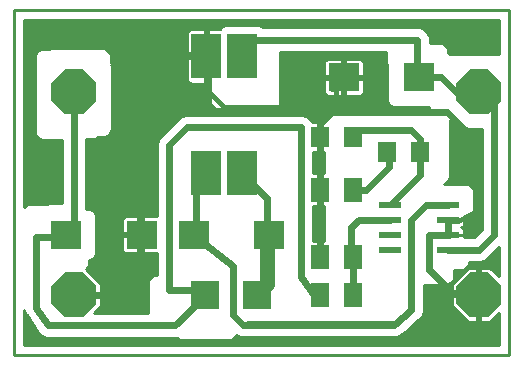
<source format=gtl>
G75*
%MOIN*%
%OFA0B0*%
%FSLAX25Y25*%
%IPPOS*%
%LPD*%
%AMOC8*
5,1,8,0,0,1.08239X$1,22.5*
%
%ADD10C,0.01000*%
%ADD11R,0.09449X0.09449*%
%ADD12R,0.09843X0.15157*%
%ADD13R,0.07800X0.02100*%
%ADD14R,0.10236X0.09449*%
%ADD15R,0.06299X0.07874*%
%ADD16R,0.06299X0.07087*%
%ADD17OC8,0.15000*%
%ADD18C,0.02400*%
%ADD19C,0.01587*%
%ADD20C,0.01600*%
%ADD21C,0.05000*%
D10*
X0002200Y0002200D02*
X0002200Y0117200D01*
X0167200Y0117200D01*
X0167200Y0002200D01*
X0002200Y0002200D01*
X0005600Y0005600D02*
X0005600Y0017029D01*
X0005704Y0016778D01*
X0005776Y0016395D01*
X0006013Y0016031D01*
X0006179Y0015630D01*
X0006455Y0015355D01*
X0009897Y0010082D01*
X0010063Y0009681D01*
X0010338Y0009405D01*
X0010551Y0009079D01*
X0010909Y0008834D01*
X0011216Y0008527D01*
X0011576Y0008378D01*
X0011897Y0008159D01*
X0012322Y0008069D01*
X0012723Y0007903D01*
X0013112Y0007903D01*
X0013494Y0007823D01*
X0013920Y0007903D01*
X0056670Y0007903D01*
X0056951Y0007622D01*
X0058017Y0007181D01*
X0074301Y0007181D01*
X0075367Y0007622D01*
X0076183Y0008438D01*
X0076276Y0008663D01*
X0077634Y0008100D01*
X0129836Y0008100D01*
X0131343Y0008724D01*
X0131599Y0008980D01*
X0131599Y0008980D01*
X0132094Y0009475D01*
X0136701Y0013591D01*
X0137022Y0013724D01*
X0138176Y0014878D01*
X0138800Y0016384D01*
X0138800Y0017825D01*
X0138801Y0017852D01*
X0138800Y0017856D01*
X0138800Y0025550D01*
X0146527Y0025550D01*
X0147593Y0025991D01*
X0148408Y0026807D01*
X0148850Y0027873D01*
X0148850Y0030448D01*
X0151604Y0030448D01*
X0152670Y0030890D01*
X0153485Y0031706D01*
X0153927Y0032771D01*
X0153927Y0033100D01*
X0158016Y0033100D01*
X0159522Y0033724D01*
X0160676Y0034878D01*
X0163800Y0038002D01*
X0163800Y0028328D01*
X0160928Y0031200D01*
X0157700Y0031200D01*
X0157700Y0022700D01*
X0156700Y0022700D01*
X0156700Y0031200D01*
X0153472Y0031200D01*
X0148200Y0025928D01*
X0148200Y0022700D01*
X0156700Y0022700D01*
X0156700Y0021700D01*
X0157700Y0021700D01*
X0157700Y0013200D01*
X0160928Y0013200D01*
X0163800Y0016072D01*
X0163800Y0005600D01*
X0005600Y0005600D01*
X0005600Y0006097D02*
X0163800Y0006097D01*
X0163800Y0007096D02*
X0005600Y0007096D01*
X0005600Y0008094D02*
X0012203Y0008094D01*
X0010542Y0009093D02*
X0005600Y0009093D01*
X0005600Y0010091D02*
X0009890Y0010091D01*
X0009239Y0011090D02*
X0005600Y0011090D01*
X0005600Y0012088D02*
X0008587Y0012088D01*
X0007935Y0013087D02*
X0005600Y0013087D01*
X0005600Y0014085D02*
X0007283Y0014085D01*
X0006632Y0015084D02*
X0005600Y0015084D01*
X0005600Y0016082D02*
X0005980Y0016082D01*
X0022700Y0021700D02*
X0022700Y0022700D01*
X0031200Y0022700D01*
X0031200Y0025928D01*
X0026283Y0030845D01*
X0026901Y0031463D01*
X0027342Y0032529D01*
X0027342Y0033852D01*
X0028386Y0034285D01*
X0029202Y0035100D01*
X0029644Y0036166D01*
X0029644Y0048475D01*
X0029202Y0049541D01*
X0028386Y0050356D01*
X0027321Y0050798D01*
X0026300Y0050798D01*
X0026300Y0074051D01*
X0028787Y0074051D01*
X0029853Y0074493D01*
X0030140Y0074779D01*
X0032422Y0074779D01*
X0033488Y0075221D01*
X0034304Y0076037D01*
X0034745Y0077102D01*
X0034745Y0098879D01*
X0034382Y0099757D01*
X0034382Y0102033D01*
X0033940Y0103099D01*
X0033125Y0103915D01*
X0032059Y0104356D01*
X0014305Y0104356D01*
X0013720Y0104114D01*
X0011397Y0104114D01*
X0010332Y0103672D01*
X0009516Y0102857D01*
X0009074Y0101791D01*
X0009074Y0076253D01*
X0009516Y0075187D01*
X0010332Y0074372D01*
X0011397Y0073930D01*
X0018100Y0073930D01*
X0018100Y0052859D01*
X0014053Y0052859D01*
X0013175Y0052495D01*
X0007149Y0052495D01*
X0006083Y0052054D01*
X0005600Y0051571D01*
X0005600Y0113800D01*
X0163800Y0113800D01*
X0163800Y0102537D01*
X0147466Y0102537D01*
X0147410Y0102513D01*
X0146901Y0102724D01*
X0146901Y0103884D01*
X0146460Y0104950D01*
X0163800Y0104950D01*
X0163800Y0105948D02*
X0145203Y0105948D01*
X0145644Y0105766D02*
X0144578Y0106207D01*
X0140749Y0106207D01*
X0140749Y0108046D01*
X0140125Y0109553D01*
X0138971Y0110707D01*
X0137464Y0111331D01*
X0085064Y0111331D01*
X0084669Y0111725D01*
X0083604Y0112167D01*
X0072607Y0112167D01*
X0071542Y0111725D01*
X0070726Y0110910D01*
X0070667Y0110767D01*
X0066794Y0110767D01*
X0066794Y0102188D01*
X0065795Y0102188D01*
X0065795Y0110767D01*
X0061176Y0110767D01*
X0060794Y0110665D01*
X0060452Y0110467D01*
X0060173Y0110188D01*
X0059975Y0109846D01*
X0059873Y0109464D01*
X0059873Y0102188D01*
X0065794Y0102188D01*
X0065794Y0101188D01*
X0059873Y0101188D01*
X0059873Y0093912D01*
X0059975Y0093530D01*
X0060173Y0093188D01*
X0060452Y0092909D01*
X0060794Y0092712D01*
X0061176Y0092609D01*
X0065795Y0092609D01*
X0065795Y0101188D01*
X0066794Y0101188D01*
X0066794Y0092609D01*
X0067466Y0092609D01*
X0067466Y0086488D01*
X0067907Y0085422D01*
X0068723Y0084607D01*
X0069789Y0084165D01*
X0072397Y0084165D01*
X0073205Y0083830D01*
X0088598Y0083830D01*
X0089664Y0084272D01*
X0090480Y0085087D01*
X0090921Y0086153D01*
X0090921Y0095129D01*
X0090715Y0095626D01*
X0090715Y0103131D01*
X0126362Y0103131D01*
X0126323Y0103035D01*
X0126323Y0099457D01*
X0126444Y0099164D01*
X0126444Y0087090D01*
X0126886Y0086024D01*
X0127701Y0085208D01*
X0128767Y0084767D01*
X0131745Y0084767D01*
X0132038Y0084645D01*
X0140538Y0084645D01*
X0140538Y0083653D01*
X0140975Y0082600D01*
X0120373Y0082600D01*
X0120325Y0082580D01*
X0120277Y0082600D01*
X0107873Y0082600D01*
X0106807Y0082158D01*
X0105991Y0081343D01*
X0105550Y0080277D01*
X0105550Y0079743D01*
X0104688Y0079743D01*
X0104688Y0075200D01*
X0103688Y0075200D01*
X0103688Y0079743D01*
X0101537Y0079743D01*
X0101286Y0080349D01*
X0100133Y0081503D01*
X0098626Y0082127D01*
X0059062Y0082127D01*
X0057555Y0081503D01*
X0051649Y0075597D01*
X0050496Y0074444D01*
X0049872Y0072937D01*
X0049872Y0048424D01*
X0045298Y0048424D01*
X0045298Y0042700D01*
X0044298Y0042700D01*
X0044298Y0041700D01*
X0038180Y0041700D01*
X0038180Y0037278D01*
X0038283Y0036897D01*
X0038480Y0036555D01*
X0038759Y0036275D01*
X0039101Y0036078D01*
X0039483Y0035976D01*
X0044298Y0035976D01*
X0044298Y0041700D01*
X0045298Y0041700D01*
X0045298Y0035976D01*
X0049872Y0035976D01*
X0049872Y0028850D01*
X0049123Y0028850D01*
X0048057Y0028408D01*
X0047241Y0027593D01*
X0046800Y0026527D01*
X0046800Y0016103D01*
X0028831Y0016103D01*
X0031200Y0018472D01*
X0031200Y0021700D01*
X0022700Y0021700D01*
X0022700Y0022073D02*
X0046800Y0022073D01*
X0046800Y0021075D02*
X0031200Y0021075D01*
X0031200Y0020076D02*
X0046800Y0020076D01*
X0046800Y0019078D02*
X0031200Y0019078D01*
X0030807Y0018079D02*
X0046800Y0018079D01*
X0046800Y0017081D02*
X0029809Y0017081D01*
X0031200Y0023072D02*
X0046800Y0023072D01*
X0046800Y0024070D02*
X0031200Y0024070D01*
X0031200Y0025069D02*
X0046800Y0025069D01*
X0046800Y0026068D02*
X0031060Y0026068D01*
X0030062Y0027066D02*
X0047023Y0027066D01*
X0047713Y0028065D02*
X0029063Y0028065D01*
X0028065Y0029063D02*
X0049872Y0029063D01*
X0049872Y0030062D02*
X0027066Y0030062D01*
X0026498Y0031060D02*
X0049872Y0031060D01*
X0049872Y0032059D02*
X0027147Y0032059D01*
X0027342Y0033057D02*
X0049872Y0033057D01*
X0049872Y0034056D02*
X0027833Y0034056D01*
X0029156Y0035054D02*
X0049872Y0035054D01*
X0045298Y0036053D02*
X0044298Y0036053D01*
X0044298Y0037051D02*
X0045298Y0037051D01*
X0045298Y0038050D02*
X0044298Y0038050D01*
X0044298Y0039048D02*
X0045298Y0039048D01*
X0045298Y0040047D02*
X0044298Y0040047D01*
X0044298Y0041045D02*
X0045298Y0041045D01*
X0044298Y0042044D02*
X0029644Y0042044D01*
X0029644Y0043042D02*
X0038180Y0043042D01*
X0038180Y0042700D02*
X0044298Y0042700D01*
X0044298Y0048424D01*
X0039483Y0048424D01*
X0039101Y0048322D01*
X0038759Y0048125D01*
X0038480Y0047845D01*
X0038283Y0047503D01*
X0038180Y0047122D01*
X0038180Y0042700D01*
X0038180Y0044041D02*
X0029644Y0044041D01*
X0029644Y0045039D02*
X0038180Y0045039D01*
X0038180Y0046038D02*
X0029644Y0046038D01*
X0029644Y0047036D02*
X0038180Y0047036D01*
X0038669Y0048035D02*
X0029644Y0048035D01*
X0029412Y0049033D02*
X0049872Y0049033D01*
X0049872Y0050032D02*
X0028711Y0050032D01*
X0026300Y0051030D02*
X0049872Y0051030D01*
X0049872Y0052029D02*
X0026300Y0052029D01*
X0026300Y0053027D02*
X0049872Y0053027D01*
X0049872Y0054026D02*
X0026300Y0054026D01*
X0026300Y0055024D02*
X0049872Y0055024D01*
X0049872Y0056023D02*
X0026300Y0056023D01*
X0026300Y0057021D02*
X0049872Y0057021D01*
X0049872Y0058020D02*
X0026300Y0058020D01*
X0026300Y0059018D02*
X0049872Y0059018D01*
X0049872Y0060017D02*
X0026300Y0060017D01*
X0026300Y0061015D02*
X0049872Y0061015D01*
X0049872Y0062014D02*
X0026300Y0062014D01*
X0026300Y0063012D02*
X0049872Y0063012D01*
X0049872Y0064011D02*
X0026300Y0064011D01*
X0026300Y0065009D02*
X0049872Y0065009D01*
X0049872Y0066008D02*
X0026300Y0066008D01*
X0026300Y0067006D02*
X0049872Y0067006D01*
X0049872Y0068005D02*
X0026300Y0068005D01*
X0026300Y0069003D02*
X0049872Y0069003D01*
X0049872Y0070002D02*
X0026300Y0070002D01*
X0026300Y0071001D02*
X0049872Y0071001D01*
X0049872Y0071999D02*
X0026300Y0071999D01*
X0026300Y0072998D02*
X0049897Y0072998D01*
X0050310Y0073996D02*
X0026300Y0073996D01*
X0032942Y0074995D02*
X0051047Y0074995D01*
X0052045Y0075993D02*
X0034260Y0075993D01*
X0034699Y0076992D02*
X0053044Y0076992D01*
X0054042Y0077990D02*
X0034745Y0077990D01*
X0034745Y0078989D02*
X0055041Y0078989D01*
X0056039Y0079987D02*
X0034745Y0079987D01*
X0034745Y0080986D02*
X0057038Y0080986D01*
X0058717Y0081984D02*
X0034745Y0081984D01*
X0034745Y0082983D02*
X0140816Y0082983D01*
X0140538Y0083981D02*
X0088962Y0083981D01*
X0090372Y0084980D02*
X0128253Y0084980D01*
X0126931Y0085978D02*
X0090849Y0085978D01*
X0090921Y0086977D02*
X0126491Y0086977D01*
X0126444Y0087975D02*
X0090921Y0087975D01*
X0090921Y0088974D02*
X0105864Y0088974D01*
X0105783Y0089055D02*
X0106062Y0088775D01*
X0106404Y0088578D01*
X0106786Y0088476D01*
X0111602Y0088476D01*
X0111602Y0094200D01*
X0112602Y0094200D01*
X0112602Y0095200D01*
X0118720Y0095200D01*
X0118720Y0099622D01*
X0118617Y0100003D01*
X0118420Y0100345D01*
X0118141Y0100625D01*
X0117799Y0100822D01*
X0117417Y0100924D01*
X0112602Y0100924D01*
X0112602Y0095200D01*
X0111602Y0095200D01*
X0111602Y0100924D01*
X0106786Y0100924D01*
X0106404Y0100822D01*
X0106062Y0100625D01*
X0105783Y0100345D01*
X0105586Y0100003D01*
X0105483Y0099622D01*
X0105483Y0095200D01*
X0111602Y0095200D01*
X0111602Y0094200D01*
X0105483Y0094200D01*
X0105483Y0089778D01*
X0105586Y0089397D01*
X0105783Y0089055D01*
X0105483Y0089972D02*
X0090921Y0089972D01*
X0090921Y0090971D02*
X0105483Y0090971D01*
X0105483Y0091969D02*
X0090921Y0091969D01*
X0090921Y0092968D02*
X0105483Y0092968D01*
X0105483Y0093966D02*
X0090921Y0093966D01*
X0090921Y0094965D02*
X0111602Y0094965D01*
X0111602Y0095963D02*
X0112602Y0095963D01*
X0112602Y0094965D02*
X0126444Y0094965D01*
X0126444Y0095963D02*
X0118720Y0095963D01*
X0118720Y0096962D02*
X0126444Y0096962D01*
X0126444Y0097960D02*
X0118720Y0097960D01*
X0118720Y0098959D02*
X0126444Y0098959D01*
X0126323Y0099957D02*
X0118630Y0099957D01*
X0112602Y0099957D02*
X0111602Y0099957D01*
X0111602Y0098959D02*
X0112602Y0098959D01*
X0112602Y0097960D02*
X0111602Y0097960D01*
X0111602Y0096962D02*
X0112602Y0096962D01*
X0112602Y0094200D02*
X0118720Y0094200D01*
X0118720Y0089778D01*
X0118617Y0089397D01*
X0118420Y0089055D01*
X0118141Y0088775D01*
X0117799Y0088578D01*
X0117417Y0088476D01*
X0112602Y0088476D01*
X0112602Y0094200D01*
X0112602Y0093966D02*
X0111602Y0093966D01*
X0111602Y0092968D02*
X0112602Y0092968D01*
X0112602Y0091969D02*
X0111602Y0091969D01*
X0111602Y0090971D02*
X0112602Y0090971D01*
X0112602Y0089972D02*
X0111602Y0089972D01*
X0111602Y0088974D02*
X0112602Y0088974D01*
X0118339Y0088974D02*
X0126444Y0088974D01*
X0126444Y0089972D02*
X0118720Y0089972D01*
X0118720Y0090971D02*
X0126444Y0090971D01*
X0126444Y0091969D02*
X0118720Y0091969D01*
X0118720Y0092968D02*
X0126444Y0092968D01*
X0126444Y0093966D02*
X0118720Y0093966D01*
X0126323Y0100956D02*
X0090715Y0100956D01*
X0090715Y0101954D02*
X0126323Y0101954D01*
X0126323Y0102953D02*
X0090715Y0102953D01*
X0090715Y0099957D02*
X0105573Y0099957D01*
X0105483Y0098959D02*
X0090715Y0098959D01*
X0090715Y0097960D02*
X0105483Y0097960D01*
X0105483Y0096962D02*
X0090715Y0096962D01*
X0090715Y0095963D02*
X0105483Y0095963D01*
X0106633Y0081984D02*
X0098970Y0081984D01*
X0100650Y0080986D02*
X0105844Y0080986D01*
X0105550Y0079987D02*
X0101436Y0079987D01*
X0103688Y0078989D02*
X0104688Y0078989D01*
X0104688Y0077990D02*
X0103688Y0077990D01*
X0103688Y0076992D02*
X0104688Y0076992D01*
X0104688Y0075993D02*
X0103688Y0075993D01*
X0103688Y0074200D02*
X0104688Y0074200D01*
X0104688Y0069657D01*
X0105550Y0069657D01*
X0105550Y0065373D01*
X0105570Y0065325D01*
X0105550Y0065277D01*
X0105550Y0062637D01*
X0104688Y0062637D01*
X0104688Y0057700D01*
X0103688Y0057700D01*
X0103688Y0062637D01*
X0101910Y0062637D01*
X0101910Y0069657D01*
X0103688Y0069657D01*
X0103688Y0074200D01*
X0103688Y0073996D02*
X0104688Y0073996D01*
X0104688Y0072998D02*
X0103688Y0072998D01*
X0103688Y0071999D02*
X0104688Y0071999D01*
X0104688Y0071001D02*
X0103688Y0071001D01*
X0103688Y0070002D02*
X0104688Y0070002D01*
X0105550Y0069003D02*
X0101910Y0069003D01*
X0101910Y0068005D02*
X0105550Y0068005D01*
X0105550Y0067006D02*
X0101910Y0067006D01*
X0101910Y0066008D02*
X0105550Y0066008D01*
X0105550Y0065009D02*
X0101910Y0065009D01*
X0101910Y0064011D02*
X0105550Y0064011D01*
X0105550Y0063012D02*
X0101910Y0063012D01*
X0103688Y0062014D02*
X0104688Y0062014D01*
X0104688Y0061015D02*
X0103688Y0061015D01*
X0103688Y0060017D02*
X0104688Y0060017D01*
X0104688Y0059018D02*
X0103688Y0059018D01*
X0103688Y0058020D02*
X0104688Y0058020D01*
X0104688Y0056700D02*
X0103688Y0056700D01*
X0103688Y0051763D01*
X0101910Y0051763D01*
X0101910Y0040137D01*
X0103688Y0040137D01*
X0103688Y0035200D01*
X0104688Y0035200D01*
X0104688Y0040137D01*
X0105550Y0040137D01*
X0105550Y0041527D01*
X0105570Y0041575D01*
X0105550Y0041623D01*
X0105550Y0050277D01*
X0105570Y0050325D01*
X0105550Y0050373D01*
X0105550Y0051763D01*
X0104688Y0051763D01*
X0104688Y0056700D01*
X0104688Y0056023D02*
X0103688Y0056023D01*
X0103688Y0055024D02*
X0104688Y0055024D01*
X0104688Y0054026D02*
X0103688Y0054026D01*
X0103688Y0053027D02*
X0104688Y0053027D01*
X0104688Y0052029D02*
X0103688Y0052029D01*
X0101910Y0051030D02*
X0105550Y0051030D01*
X0105550Y0050032D02*
X0101910Y0050032D01*
X0101910Y0049033D02*
X0105550Y0049033D01*
X0105550Y0048035D02*
X0101910Y0048035D01*
X0101910Y0047036D02*
X0105550Y0047036D01*
X0105550Y0046038D02*
X0101910Y0046038D01*
X0101910Y0045039D02*
X0105550Y0045039D01*
X0105550Y0044041D02*
X0101910Y0044041D01*
X0101910Y0043042D02*
X0105550Y0043042D01*
X0105550Y0042044D02*
X0101910Y0042044D01*
X0101910Y0041045D02*
X0105550Y0041045D01*
X0104688Y0040047D02*
X0103688Y0040047D01*
X0103688Y0039048D02*
X0104688Y0039048D01*
X0104688Y0038050D02*
X0103688Y0038050D01*
X0103688Y0037051D02*
X0104688Y0037051D01*
X0104688Y0036053D02*
X0103688Y0036053D01*
X0138800Y0025069D02*
X0148200Y0025069D01*
X0148200Y0024070D02*
X0138800Y0024070D01*
X0138800Y0023072D02*
X0148200Y0023072D01*
X0148200Y0021700D02*
X0148200Y0018472D01*
X0153472Y0013200D01*
X0156700Y0013200D01*
X0156700Y0021700D01*
X0148200Y0021700D01*
X0148200Y0021075D02*
X0138800Y0021075D01*
X0138800Y0022073D02*
X0156700Y0022073D01*
X0156700Y0021075D02*
X0157700Y0021075D01*
X0157700Y0020076D02*
X0156700Y0020076D01*
X0156700Y0019078D02*
X0157700Y0019078D01*
X0157700Y0018079D02*
X0156700Y0018079D01*
X0156700Y0017081D02*
X0157700Y0017081D01*
X0157700Y0016082D02*
X0156700Y0016082D01*
X0156700Y0015084D02*
X0157700Y0015084D01*
X0157700Y0014085D02*
X0156700Y0014085D01*
X0152587Y0014085D02*
X0137384Y0014085D01*
X0138261Y0015084D02*
X0151588Y0015084D01*
X0150590Y0016082D02*
X0138675Y0016082D01*
X0138800Y0017081D02*
X0149591Y0017081D01*
X0148593Y0018079D02*
X0138800Y0018079D01*
X0138800Y0019078D02*
X0148200Y0019078D01*
X0148200Y0020076D02*
X0138800Y0020076D01*
X0147669Y0026068D02*
X0148340Y0026068D01*
X0148516Y0027066D02*
X0149338Y0027066D01*
X0148850Y0028065D02*
X0150337Y0028065D01*
X0151335Y0029063D02*
X0148850Y0029063D01*
X0148850Y0030062D02*
X0152334Y0030062D01*
X0152840Y0031060D02*
X0153332Y0031060D01*
X0153632Y0032059D02*
X0163800Y0032059D01*
X0163800Y0033057D02*
X0153927Y0033057D01*
X0156700Y0031060D02*
X0157700Y0031060D01*
X0157700Y0030062D02*
X0156700Y0030062D01*
X0156700Y0029063D02*
X0157700Y0029063D01*
X0157700Y0028065D02*
X0156700Y0028065D01*
X0156700Y0027066D02*
X0157700Y0027066D01*
X0157700Y0026068D02*
X0156700Y0026068D01*
X0156700Y0025069D02*
X0157700Y0025069D01*
X0157700Y0024070D02*
X0156700Y0024070D01*
X0156700Y0023072D02*
X0157700Y0023072D01*
X0163065Y0029063D02*
X0163800Y0029063D01*
X0163800Y0030062D02*
X0162066Y0030062D01*
X0161068Y0031060D02*
X0163800Y0031060D01*
X0163800Y0034056D02*
X0159854Y0034056D01*
X0160852Y0035054D02*
X0163800Y0035054D01*
X0163800Y0036053D02*
X0161851Y0036053D01*
X0162849Y0037051D02*
X0163800Y0037051D01*
X0158100Y0043898D02*
X0155502Y0041300D01*
X0152300Y0041300D01*
X0152300Y0042175D01*
X0148850Y0042175D01*
X0148850Y0042225D01*
X0152300Y0042225D01*
X0152300Y0043447D01*
X0152198Y0043829D01*
X0152000Y0044171D01*
X0151721Y0044450D01*
X0151379Y0044648D01*
X0151184Y0044700D01*
X0151379Y0044752D01*
X0151721Y0044950D01*
X0152000Y0045229D01*
X0152198Y0045571D01*
X0152300Y0045953D01*
X0152300Y0047175D01*
X0150790Y0047175D01*
X0150840Y0047225D01*
X0152300Y0047225D01*
X0152300Y0048050D01*
X0154027Y0048050D01*
X0155093Y0048491D01*
X0155908Y0049307D01*
X0156350Y0050373D01*
X0156350Y0055277D01*
X0155908Y0056343D01*
X0155556Y0056695D01*
X0155556Y0056873D01*
X0155115Y0057938D01*
X0154299Y0058754D01*
X0153233Y0059196D01*
X0145415Y0059196D01*
X0146242Y0059538D01*
X0147057Y0060354D01*
X0147499Y0061420D01*
X0147499Y0072880D01*
X0147503Y0072891D01*
X0147503Y0076390D01*
X0147600Y0076623D01*
X0147600Y0080277D01*
X0147469Y0080594D01*
X0148812Y0080594D01*
X0148812Y0080523D01*
X0149253Y0079457D01*
X0150069Y0078641D01*
X0151135Y0078200D01*
X0152267Y0078200D01*
X0152655Y0077812D01*
X0153721Y0077371D01*
X0158100Y0077371D01*
X0158100Y0043898D01*
X0158100Y0044041D02*
X0152076Y0044041D01*
X0152300Y0043042D02*
X0157244Y0043042D01*
X0156245Y0042044D02*
X0152300Y0042044D01*
X0151811Y0045039D02*
X0158100Y0045039D01*
X0158100Y0046038D02*
X0152300Y0046038D01*
X0152300Y0047036D02*
X0158100Y0047036D01*
X0158100Y0048035D02*
X0152300Y0048035D01*
X0155634Y0049033D02*
X0158100Y0049033D01*
X0158100Y0050032D02*
X0156209Y0050032D01*
X0156350Y0051030D02*
X0158100Y0051030D01*
X0158100Y0052029D02*
X0156350Y0052029D01*
X0156350Y0053027D02*
X0158100Y0053027D01*
X0158100Y0054026D02*
X0156350Y0054026D01*
X0156350Y0055024D02*
X0158100Y0055024D01*
X0158100Y0056023D02*
X0156041Y0056023D01*
X0155495Y0057021D02*
X0158100Y0057021D01*
X0158100Y0058020D02*
X0155033Y0058020D01*
X0153661Y0059018D02*
X0158100Y0059018D01*
X0158100Y0060017D02*
X0146720Y0060017D01*
X0147331Y0061015D02*
X0158100Y0061015D01*
X0158100Y0062014D02*
X0147499Y0062014D01*
X0147499Y0063012D02*
X0158100Y0063012D01*
X0158100Y0064011D02*
X0147499Y0064011D01*
X0147499Y0065009D02*
X0158100Y0065009D01*
X0158100Y0066008D02*
X0147499Y0066008D01*
X0147499Y0067006D02*
X0158100Y0067006D01*
X0158100Y0068005D02*
X0147499Y0068005D01*
X0147499Y0069003D02*
X0158100Y0069003D01*
X0158100Y0070002D02*
X0147499Y0070002D01*
X0147499Y0071001D02*
X0158100Y0071001D01*
X0158100Y0071999D02*
X0147499Y0071999D01*
X0147503Y0072998D02*
X0158100Y0072998D01*
X0158100Y0073996D02*
X0147503Y0073996D01*
X0147503Y0074995D02*
X0158100Y0074995D01*
X0158100Y0075993D02*
X0147503Y0075993D01*
X0147600Y0076992D02*
X0158100Y0076992D01*
X0152477Y0077990D02*
X0147600Y0077990D01*
X0147600Y0078989D02*
X0149722Y0078989D01*
X0149034Y0079987D02*
X0147600Y0079987D01*
X0146901Y0102953D02*
X0163800Y0102953D01*
X0163800Y0103951D02*
X0146873Y0103951D01*
X0146460Y0104950D02*
X0145644Y0105766D01*
X0140749Y0106947D02*
X0163800Y0106947D01*
X0163800Y0107945D02*
X0140749Y0107945D01*
X0140377Y0108944D02*
X0163800Y0108944D01*
X0163800Y0109942D02*
X0139735Y0109942D01*
X0138406Y0110941D02*
X0163800Y0110941D01*
X0163800Y0111939D02*
X0084153Y0111939D01*
X0072058Y0111939D02*
X0005600Y0111939D01*
X0005600Y0110941D02*
X0070757Y0110941D01*
X0066794Y0109942D02*
X0065795Y0109942D01*
X0065795Y0108944D02*
X0066794Y0108944D01*
X0066794Y0107945D02*
X0065795Y0107945D01*
X0065795Y0106947D02*
X0066794Y0106947D01*
X0066794Y0105948D02*
X0065795Y0105948D01*
X0065795Y0104950D02*
X0066794Y0104950D01*
X0066794Y0103951D02*
X0065795Y0103951D01*
X0065795Y0102953D02*
X0066794Y0102953D01*
X0065794Y0101954D02*
X0034382Y0101954D01*
X0034382Y0100956D02*
X0059873Y0100956D01*
X0059873Y0099957D02*
X0034382Y0099957D01*
X0034712Y0098959D02*
X0059873Y0098959D01*
X0059873Y0097960D02*
X0034745Y0097960D01*
X0034745Y0096962D02*
X0059873Y0096962D01*
X0059873Y0095963D02*
X0034745Y0095963D01*
X0034745Y0094965D02*
X0059873Y0094965D01*
X0059873Y0093966D02*
X0034745Y0093966D01*
X0034745Y0092968D02*
X0060394Y0092968D01*
X0065795Y0092968D02*
X0066794Y0092968D01*
X0066794Y0093966D02*
X0065795Y0093966D01*
X0065795Y0094965D02*
X0066794Y0094965D01*
X0066794Y0095963D02*
X0065795Y0095963D01*
X0065795Y0096962D02*
X0066794Y0096962D01*
X0066794Y0097960D02*
X0065795Y0097960D01*
X0065795Y0098959D02*
X0066794Y0098959D01*
X0066794Y0099957D02*
X0065795Y0099957D01*
X0065795Y0100956D02*
X0066794Y0100956D01*
X0059873Y0102953D02*
X0034001Y0102953D01*
X0033037Y0103951D02*
X0059873Y0103951D01*
X0059873Y0104950D02*
X0005600Y0104950D01*
X0005600Y0105948D02*
X0059873Y0105948D01*
X0059873Y0106947D02*
X0005600Y0106947D01*
X0005600Y0107945D02*
X0059873Y0107945D01*
X0059873Y0108944D02*
X0005600Y0108944D01*
X0005600Y0109942D02*
X0060031Y0109942D01*
X0067466Y0091969D02*
X0034745Y0091969D01*
X0034745Y0090971D02*
X0067466Y0090971D01*
X0067466Y0089972D02*
X0034745Y0089972D01*
X0034745Y0088974D02*
X0067466Y0088974D01*
X0067466Y0087975D02*
X0034745Y0087975D01*
X0034745Y0086977D02*
X0067466Y0086977D01*
X0067677Y0085978D02*
X0034745Y0085978D01*
X0034745Y0084980D02*
X0068350Y0084980D01*
X0072840Y0083981D02*
X0034745Y0083981D01*
X0018100Y0072998D02*
X0005600Y0072998D01*
X0005600Y0073996D02*
X0011238Y0073996D01*
X0009709Y0074995D02*
X0005600Y0074995D01*
X0005600Y0075993D02*
X0009182Y0075993D01*
X0009074Y0076992D02*
X0005600Y0076992D01*
X0005600Y0077990D02*
X0009074Y0077990D01*
X0009074Y0078989D02*
X0005600Y0078989D01*
X0005600Y0079987D02*
X0009074Y0079987D01*
X0009074Y0080986D02*
X0005600Y0080986D01*
X0005600Y0081984D02*
X0009074Y0081984D01*
X0009074Y0082983D02*
X0005600Y0082983D01*
X0005600Y0083981D02*
X0009074Y0083981D01*
X0009074Y0084980D02*
X0005600Y0084980D01*
X0005600Y0085978D02*
X0009074Y0085978D01*
X0009074Y0086977D02*
X0005600Y0086977D01*
X0005600Y0087975D02*
X0009074Y0087975D01*
X0009074Y0088974D02*
X0005600Y0088974D01*
X0005600Y0089972D02*
X0009074Y0089972D01*
X0009074Y0090971D02*
X0005600Y0090971D01*
X0005600Y0091969D02*
X0009074Y0091969D01*
X0009074Y0092968D02*
X0005600Y0092968D01*
X0005600Y0093966D02*
X0009074Y0093966D01*
X0009074Y0094965D02*
X0005600Y0094965D01*
X0005600Y0095963D02*
X0009074Y0095963D01*
X0009074Y0096962D02*
X0005600Y0096962D01*
X0005600Y0097960D02*
X0009074Y0097960D01*
X0009074Y0098959D02*
X0005600Y0098959D01*
X0005600Y0099957D02*
X0009074Y0099957D01*
X0009074Y0100956D02*
X0005600Y0100956D01*
X0005600Y0101954D02*
X0009142Y0101954D01*
X0009612Y0102953D02*
X0005600Y0102953D01*
X0005600Y0103951D02*
X0011005Y0103951D01*
X0005600Y0112938D02*
X0163800Y0112938D01*
X0045298Y0048035D02*
X0044298Y0048035D01*
X0044298Y0047036D02*
X0045298Y0047036D01*
X0045298Y0046038D02*
X0044298Y0046038D01*
X0044298Y0045039D02*
X0045298Y0045039D01*
X0045298Y0044041D02*
X0044298Y0044041D01*
X0044298Y0043042D02*
X0045298Y0043042D01*
X0038180Y0041045D02*
X0029644Y0041045D01*
X0029644Y0040047D02*
X0038180Y0040047D01*
X0038180Y0039048D02*
X0029644Y0039048D01*
X0029644Y0038050D02*
X0038180Y0038050D01*
X0038241Y0037051D02*
X0029644Y0037051D01*
X0029597Y0036053D02*
X0039195Y0036053D01*
X0018100Y0053027D02*
X0005600Y0053027D01*
X0005600Y0052029D02*
X0006058Y0052029D01*
X0005600Y0054026D02*
X0018100Y0054026D01*
X0018100Y0055024D02*
X0005600Y0055024D01*
X0005600Y0056023D02*
X0018100Y0056023D01*
X0018100Y0057021D02*
X0005600Y0057021D01*
X0005600Y0058020D02*
X0018100Y0058020D01*
X0018100Y0059018D02*
X0005600Y0059018D01*
X0005600Y0060017D02*
X0018100Y0060017D01*
X0018100Y0061015D02*
X0005600Y0061015D01*
X0005600Y0062014D02*
X0018100Y0062014D01*
X0018100Y0063012D02*
X0005600Y0063012D01*
X0005600Y0064011D02*
X0018100Y0064011D01*
X0018100Y0065009D02*
X0005600Y0065009D01*
X0005600Y0066008D02*
X0018100Y0066008D01*
X0018100Y0067006D02*
X0005600Y0067006D01*
X0005600Y0068005D02*
X0018100Y0068005D01*
X0018100Y0069003D02*
X0005600Y0069003D01*
X0005600Y0070002D02*
X0018100Y0070002D01*
X0018100Y0071001D02*
X0005600Y0071001D01*
X0005600Y0071999D02*
X0018100Y0071999D01*
X0132784Y0010091D02*
X0163800Y0010091D01*
X0163800Y0009093D02*
X0131712Y0009093D01*
X0133901Y0011090D02*
X0163800Y0011090D01*
X0163800Y0012088D02*
X0135019Y0012088D01*
X0136136Y0013087D02*
X0163800Y0013087D01*
X0163800Y0014085D02*
X0161813Y0014085D01*
X0162812Y0015084D02*
X0163800Y0015084D01*
X0163800Y0008094D02*
X0075839Y0008094D01*
D11*
X0083361Y0022200D03*
X0066039Y0022200D03*
D12*
X0066294Y0062712D03*
X0078106Y0062712D03*
X0078106Y0101688D03*
X0066294Y0101688D03*
D13*
X0127500Y0052200D03*
X0127500Y0047200D03*
X0127500Y0042200D03*
X0127500Y0037200D03*
X0146900Y0037200D03*
X0146900Y0042200D03*
X0146900Y0047200D03*
X0146900Y0052200D03*
D14*
X0087298Y0042200D03*
X0062102Y0042200D03*
X0044798Y0042200D03*
X0019602Y0042200D03*
X0112102Y0094700D03*
X0137298Y0094700D03*
D15*
X0115212Y0057200D03*
X0104188Y0057200D03*
X0104188Y0034700D03*
X0115212Y0034700D03*
X0115212Y0022200D03*
X0104188Y0022200D03*
D16*
X0126688Y0069700D03*
X0137712Y0069700D03*
X0115212Y0074700D03*
X0104188Y0074700D03*
D17*
X0157200Y0089700D03*
X0157200Y0022200D03*
X0022200Y0022200D03*
X0022200Y0089700D03*
D18*
X0022200Y0042200D01*
X0018539Y0041531D02*
X0009655Y0041575D01*
X0009655Y0017953D01*
X0013539Y0012003D01*
X0055940Y0012003D01*
X0065783Y0021846D01*
X0065783Y0023814D02*
X0053972Y0023814D01*
X0053972Y0072121D01*
X0059877Y0078027D01*
X0097810Y0078027D01*
X0097810Y0028125D01*
X0102096Y0022205D01*
X0104188Y0022200D01*
X0115212Y0022200D02*
X0115212Y0034700D01*
X0114700Y0035212D01*
X0114700Y0044700D01*
X0117200Y0047200D01*
X0127500Y0047200D01*
X0134700Y0047200D02*
X0139700Y0052200D01*
X0146900Y0052200D01*
X0146933Y0046501D02*
X0146933Y0042564D01*
X0147084Y0042197D02*
X0140561Y0042197D01*
X0140586Y0030625D01*
X0148381Y0022830D01*
X0156334Y0022830D01*
X0134700Y0017200D02*
X0134700Y0047200D01*
X0127791Y0052357D02*
X0137633Y0062200D01*
X0137633Y0069090D01*
X0137633Y0070074D02*
X0137633Y0074267D01*
X0134700Y0077200D01*
X0117712Y0077200D01*
X0115212Y0074700D01*
X0104188Y0074700D02*
X0104188Y0079188D01*
X0109700Y0084700D01*
X0108954Y0083241D02*
X0146615Y0083241D01*
X0155902Y0073954D01*
X0127200Y0069188D02*
X0127200Y0064700D01*
X0119700Y0057200D01*
X0115212Y0057200D01*
X0104188Y0057200D02*
X0104188Y0074700D01*
X0126688Y0069700D02*
X0127200Y0069188D01*
X0104188Y0057200D02*
X0104188Y0034700D01*
X0086452Y0042515D02*
X0086452Y0054326D01*
X0078578Y0062200D01*
X0062830Y0059247D02*
X0062830Y0042515D01*
X0062830Y0041531D02*
X0075172Y0031688D01*
X0075172Y0015478D01*
X0078450Y0012200D01*
X0129021Y0012200D01*
X0129277Y0012456D01*
X0080172Y0012456D01*
X0044061Y0022226D02*
X0022200Y0022200D01*
X0044061Y0022226D02*
X0044129Y0044483D01*
X0044129Y0066137D01*
X0039208Y0071058D01*
X0039633Y0072128D02*
X0039629Y0074995D01*
X0039700Y0099700D01*
X0042200Y0102200D01*
X0064700Y0102200D01*
X0078578Y0107231D02*
X0136649Y0107231D01*
X0136649Y0095665D01*
X0137298Y0094700D02*
X0144700Y0094700D01*
X0149700Y0089700D01*
X0157200Y0089700D01*
X0162200Y0089700D01*
X0162200Y0042200D01*
X0157200Y0037200D01*
X0146900Y0037200D01*
X0134662Y0017268D02*
X0129277Y0012456D01*
D19*
X0156334Y0022830D02*
X0157200Y0022200D01*
X0147084Y0042197D02*
X0146900Y0042200D01*
X0146933Y0042564D01*
X0146933Y0046501D02*
X0146900Y0047200D01*
X0147052Y0046731D01*
X0150227Y0046731D01*
X0155902Y0049906D01*
X0155902Y0073954D01*
X0137633Y0070074D02*
X0137712Y0069700D01*
X0137633Y0069090D01*
X0127791Y0052357D02*
X0127500Y0052200D01*
X0087298Y0042200D02*
X0086452Y0042515D01*
X0087298Y0042200D02*
X0086452Y0041531D01*
X0062830Y0041531D02*
X0062102Y0042200D01*
X0062830Y0042515D01*
X0044798Y0042200D02*
X0044129Y0044483D01*
X0044129Y0042515D01*
X0044798Y0042200D01*
X0020507Y0042515D02*
X0019602Y0042200D01*
X0018539Y0041531D01*
X0062830Y0059247D02*
X0066294Y0062712D01*
X0078106Y0062712D02*
X0078578Y0062200D01*
X0108598Y0083598D02*
X0108954Y0083241D01*
X0108106Y0090743D02*
X0112043Y0094680D01*
X0112102Y0094700D01*
X0136649Y0095665D02*
X0137298Y0094700D01*
X0078106Y0101688D02*
X0078578Y0107231D01*
X0039633Y0072128D02*
X0039208Y0072043D01*
X0086452Y0025783D02*
X0083499Y0022830D01*
X0083361Y0022200D01*
X0066039Y0022200D02*
X0065783Y0021846D01*
X0066039Y0022200D02*
X0065783Y0023814D01*
X0065783Y0022830D02*
X0066039Y0022200D01*
D20*
X0022200Y0042200D02*
X0019602Y0042200D01*
X0067200Y0089700D02*
X0072200Y0084700D01*
X0109700Y0084700D01*
X0108598Y0083598D01*
X0107200Y0082200D01*
X0109700Y0084700D02*
X0109700Y0092200D01*
X0112102Y0094700D01*
X0067200Y0099700D02*
X0067200Y0089700D01*
X0067200Y0099700D02*
X0066294Y0101688D01*
X0064700Y0102200D01*
X0134662Y0017268D02*
X0134700Y0017200D01*
D21*
X0086452Y0025783D02*
X0086452Y0041531D01*
M02*

</source>
